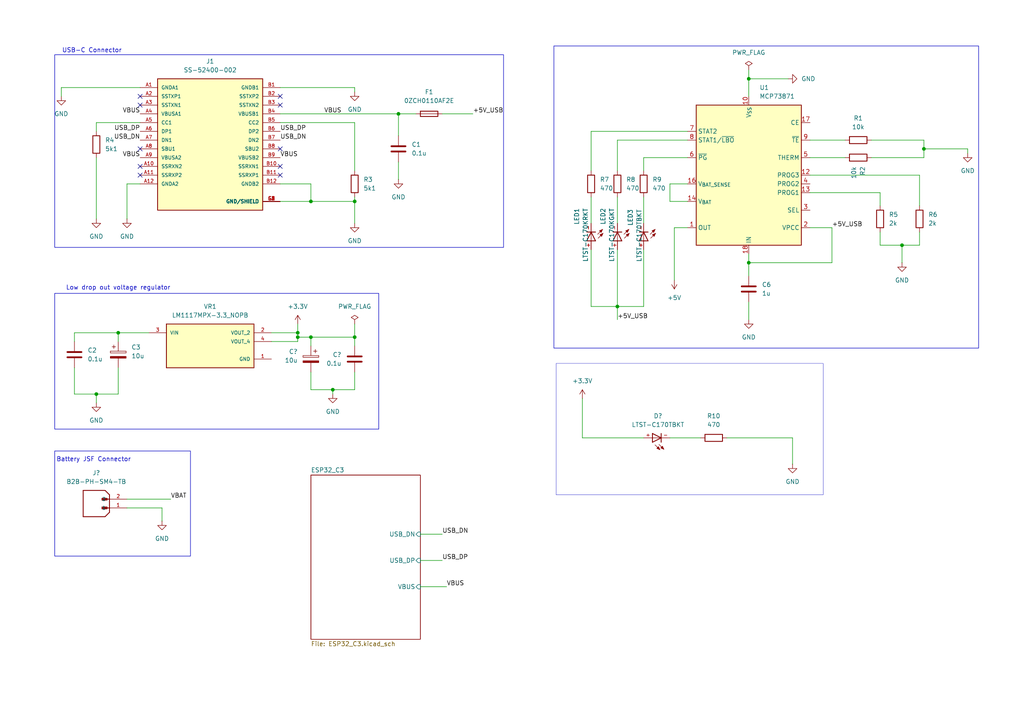
<source format=kicad_sch>
(kicad_sch (version 20250114) (generator "eeschema") (generator_version "9.0")
  (paper "A4")
  (lib_symbols
    (symbol "B2B-PH-SM4-TB:B2B-PH-SM4-TB" (pin_names (offset 1.016))
      (property "Reference" "J" (at 0 6.35 0))
      (property "Value" "B2B-PH-SM4-TB" (at 0 -5.08 0))
      (symbol "B2B-PH-SM4-TB_0_0"
        (polyline (pts (xy 0 3.81) (xy 0 2.54)) (stroke (width 0.254)))
        (polyline (pts (xy 0 3.81) (xy 1.27 5.08)) (stroke (width 0.254)))
        (polyline (pts (xy 0 2.54) (xy 0 -1.27)) (stroke (width 0.254)))
        (polyline (pts (xy 0 2.54) (xy 1.905 2.54)) (stroke (width 0.254)))
        (polyline (pts (xy 0 0) (xy 1.905 0)) (stroke (width 0.254)))
        (polyline (pts (xy 0 -1.27) (xy 1.27 -2.54)) (stroke (width 0.254)))
        (rectangle (start 0.635 2.2225) (end 2.2225 2.8575) (stroke (width 0.1)) (fill (type outline)))
        (rectangle (start 0.635 -0.3175) (end 2.2225 0.3175) (stroke (width 0.1)) (fill (type outline)))
        (polyline (pts (xy 1.27 -2.54) (xy 7.62 -2.54)) (stroke (width 0.254)))
        (polyline (pts (xy 7.62 5.08) (xy 1.27 5.08)) (stroke (width 0.254)))
        (polyline (pts (xy 7.62 -2.54) (xy 7.62 5.08)) (stroke (width 0.254)))
        (pin passive line (at -5.08 2.54 0) (length 5.08) (name "1") (number "1"))
        (pin passive line (at -5.08 0 0) (length 5.08) (name "2") (number "2"))
      )
    )
    (symbol "Battery_Management:MCP73871"
      (property "Reference" "U" (at -7.62 24.13 0))
      (property "Value" "MCP73871" (at -15.24 21.59 0))
      (symbol "MCP73871_0_1"
        (rectangle (start -15.24 20.32) (end 15.24 -20.32) (stroke (width 0.254)) (fill (type background)))
      )
      (symbol "MCP73871_1_1"
        (pin input line (at -17.78 15.24 0) (length 2.54) (name "VPCC") (number "2"))
        (pin input line (at -17.78 10.16 0) (length 2.54) (name "SEL") (number "3"))
        (pin bidirectional line (at -17.78 5.08 0) (length 2.54) (name "PROG1") (number "13"))
        (pin input line (at -17.78 2.54 0) (length 2.54) (name "PROG2") (number "4"))
        (pin bidirectional line (at -17.78 0 0) (length 2.54) (name "PROG3") (number "12"))
        (pin bidirectional line (at -17.78 -5.08 0) (length 2.54) (name "THERM") (number "5"))
        (pin input line (at -17.78 -10.16 0) (length 2.54) (name "~{TE}") (number "9"))
        (pin input line (at -17.78 -15.24 0) (length 2.54) (name "CE") (number "17"))
        (pin power_in line (at 0 22.86 270) (length 2.54) (name "IN") (number "18"))
        (pin passive line (at 0 22.86 270) (length 2.54) (hide yes) (name "IN") (number "19"))
        (pin power_in line (at 0 -22.86 90) (length 2.54) (name "V_{SS}") (number "10"))
        (pin passive line (at 0 -22.86 90) (length 2.54) (hide yes) (name "V_{SS}") (number "11"))
        (pin passive line (at 0 -22.86 90) (length 2.54) (hide yes) (name "V_{SS}") (number "21"))
        (pin power_out line (at 17.78 15.24 180) (length 2.54) (name "OUT") (number "1"))
        (pin passive line (at 17.78 15.24 180) (length 2.54) (hide yes) (name "OUT") (number "20"))
        (pin power_out line (at 17.78 7.62 180) (length 2.54) (name "V_{BAT}") (number "14"))
        (pin passive line (at 17.78 7.62 180) (length 2.54) (hide yes) (name "V_{BAT}") (number "15"))
        (pin input line (at 17.78 2.54 180) (length 2.54) (name "V_{BAT_SENSE}") (number "16"))
        (pin open_collector line (at 17.78 -5.08 180) (length 2.54) (name "~{PG}") (number "6"))
        (pin open_collector line (at 17.78 -10.16 180) (length 2.54) (name "STAT1/~{LBO}") (number "8"))
        (pin open_collector line (at 17.78 -12.7 180) (length 2.54) (name "STAT2") (number "7"))
      )
    )
    (symbol "Device:C" (pin_numbers (hide yes)) (pin_names (offset 0.254))
      (property "Reference" "C" (at 0.635 2.54 0))
      (property "Value" "C" (at 0.635 -2.54 0))
      (symbol "C_0_1"
        (polyline (pts (xy -2.032 0.762) (xy 2.032 0.762)) (stroke (width 0.508)))
        (polyline (pts (xy -2.032 -0.762) (xy 2.032 -0.762)) (stroke (width 0.508)))
      )
      (symbol "C_1_1"
        (pin passive line (at 0 3.81 270) (length 2.794) (name "~") (number "1"))
        (pin passive line (at 0 -3.81 90) (length 2.794) (name "~") (number "2"))
      )
    )
    (symbol "Device:C_Polarized" (pin_numbers (hide yes)) (pin_names (offset 0.254))
      (property "Reference" "C" (at 0.635 2.54 0))
      (property "Value" "C_Polarized" (at 0.635 -2.54 0))
      (symbol "C_Polarized_0_1"
        (rectangle (start -2.286 0.508) (end 2.286 1.016))
        (polyline (pts (xy -1.778 2.286) (xy -0.762 2.286)))
        (polyline (pts (xy -1.27 2.794) (xy -1.27 1.778)))
        (rectangle (start 2.286 -0.508) (end -2.286 -1.016) (fill (type outline)))
      )
      (symbol "C_Polarized_1_1"
        (pin passive line (at 0 3.81 270) (length 2.794) (name "~") (number "1"))
        (pin passive line (at 0 -3.81 90) (length 2.794) (name "~") (number "2"))
      )
    )
    (symbol "Device:Fuse" (pin_numbers (hide yes)) (pin_names (offset 0))
      (property "Reference" "F" (at 2.032 0 90))
      (property "Value" "Fuse" (at -1.905 0 90))
      (symbol "Fuse_0_1"
        (rectangle (start -0.762 -2.54) (end 0.762 2.54) (stroke (width 0.254)))
        (polyline (pts (xy 0 2.54) (xy 0 -2.54)))
      )
      (symbol "Fuse_1_1"
        (pin passive line (at 0 3.81 270) (length 1.27) (name "~") (number "1"))
        (pin passive line (at 0 -3.81 90) (length 1.27) (name "~") (number "2"))
      )
    )
    (symbol "Device:R" (pin_numbers (hide yes)) (pin_names (offset 0))
      (property "Reference" "R" (at 2.032 0 90))
      (property "Value" "R" (at 0 0 90))
      (symbol "R_0_1"
        (rectangle (start -1.016 -2.54) (end 1.016 2.54) (stroke (width 0.254)))
      )
      (symbol "R_1_1"
        (pin passive line (at 0 3.81 270) (length 1.27) (name "~") (number "1"))
        (pin passive line (at 0 -3.81 90) (length 1.27) (name "~") (number "2"))
      )
    )
    (symbol "LM1117MPX-3.3_NOPB:LM1117MPX-3.3_NOPB" (pin_names (offset 1.016))
      (property "Reference" "VR" (at -12.7 6.08 0))
      (property "Value" "LM1117MPX-3.3_NOPB" (at -12.7 -9.08 0))
      (symbol "LM1117MPX-3.3_NOPB_0_0"
        (rectangle (start -12.7 -7.62) (end 12.7 5.08) (stroke (width 0.254)) (fill (type background)))
        (pin input line (at -17.78 2.54 0) (length 5.08) (name "VIN") (number "3"))
        (pin output line (at 17.78 2.54 180) (length 5.08) (name "VOUT_2") (number "2"))
        (pin output line (at 17.78 0 180) (length 5.08) (name "VOUT_4") (number "4"))
        (pin power_in line (at 17.78 -5.08 180) (length 5.08) (name "GND") (number "1"))
      )
    )
    (symbol "LTST-C170KGKT:LTST-C170KGKT" (pin_names (offset 1.016))
      (property "Reference" "D" (at -2.0353 4.0705 0))
      (property "Value" "LTST-C170KGKT" (at -2.0323 -5.7159 0))
      (symbol "LTST-C170KGKT_0_0"
        (polyline (pts (xy -0.762 3.302) (xy 0.127 2.921) (xy -0.381 2.413) (xy -0.762 3.302)) (stroke (width 0.1524)) (fill (type outline)))
        (polyline (pts (xy 0 0) (xy 0 1.27)) (stroke (width 0.254)))
        (polyline (pts (xy 0 0) (xy 2.54 1.27)) (stroke (width 0.254)))
        (polyline (pts (xy 0 -1.27) (xy 0 0)) (stroke (width 0.254)))
        (polyline (pts (xy 0.381 3.429) (xy 1.27 3.048) (xy 0.762 2.54) (xy 0.381 3.429)) (stroke (width 0.1524)) (fill (type outline)))
        (polyline (pts (xy 0.635 1.905) (xy -0.762 3.302)) (stroke (width 0.1524)))
        (polyline (pts (xy 1.778 2.032) (xy 0.381 3.429)) (stroke (width 0.1524)))
        (polyline (pts (xy 2.54 0) (xy 0 0)) (stroke (width 0.1524)))
        (polyline (pts (xy 2.54 0) (xy 2.54 1.27)) (stroke (width 0.254)))
        (polyline (pts (xy 2.54 -1.27) (xy 0 0)) (stroke (width 0.254)))
        (polyline (pts (xy 2.54 -1.27) (xy 2.54 0)) (stroke (width 0.254)))
        (pin passive line (at -2.54 0 0) (length 2.54) (name "~") (number "-"))
        (pin passive line (at 5.08 0 180) (length 2.54) (name "~") (number "+"))
      )
    )
    (symbol "LTST-C170KRKT:LTST-C170KRKT" (pin_names (offset 1.016))
      (property "Reference" "D" (at -2.0343 4.0686 0))
      (property "Value" "LTST-C170KRKT" (at -2.0325 -5.7164 0))
      (symbol "LTST-C170KRKT_0_0"
        (polyline (pts (xy -0.762 3.302) (xy 0.127 2.921) (xy -0.381 2.413) (xy -0.762 3.302)) (stroke (width 0.1524)) (fill (type outline)))
        (polyline (pts (xy 0 0) (xy 0 1.27)) (stroke (width 0.254)))
        (polyline (pts (xy 0 0) (xy 2.54 1.27)) (stroke (width 0.254)))
        (polyline (pts (xy 0 -1.27) (xy 0 0)) (stroke (width 0.254)))
        (polyline (pts (xy 0.381 3.429) (xy 1.27 3.048) (xy 0.762 2.54) (xy 0.381 3.429)) (stroke (width 0.1524)) (fill (type outline)))
        (polyline (pts (xy 0.635 1.905) (xy -0.762 3.302)) (stroke (width 0.1524)))
        (polyline (pts (xy 1.778 2.032) (xy 0.381 3.429)) (stroke (width 0.1524)))
        (polyline (pts (xy 2.54 0) (xy 0 0)) (stroke (width 0.1524)))
        (polyline (pts (xy 2.54 0) (xy 2.54 1.27)) (stroke (width 0.254)))
        (polyline (pts (xy 2.54 -1.27) (xy 0 0)) (stroke (width 0.254)))
        (polyline (pts (xy 2.54 -1.27) (xy 2.54 0)) (stroke (width 0.254)))
        (pin passive line (at -2.54 0 0) (length 2.54) (name "~") (number "-"))
        (pin passive line (at 5.08 0 180) (length 2.54) (name "~") (number "+"))
      )
    )
    (symbol "LTST-C170TBKT:LTST-C170TBKT" (pin_names (offset 1.016))
      (property "Reference" "D" (at -2.0354 4.0708 0))
      (property "Value" "LTST-C170TBKT" (at -2.0343 -5.7214 0))
      (symbol "LTST-C170TBKT_0_0"
        (polyline (pts (xy -0.762 3.302) (xy 0.127 2.921) (xy -0.381 2.413) (xy -0.762 3.302)) (stroke (width 0.1524)) (fill (type outline)))
        (polyline (pts (xy 0 0) (xy 0 1.27)) (stroke (width 0.254)))
        (polyline (pts (xy 0 0) (xy 2.54 1.27)) (stroke (width 0.254)))
        (polyline (pts (xy 0 -1.27) (xy 0 0)) (stroke (width 0.254)))
        (polyline (pts (xy 0.381 3.429) (xy 1.27 3.048) (xy 0.762 2.54) (xy 0.381 3.429)) (stroke (width 0.1524)) (fill (type outline)))
        (polyline (pts (xy 0.635 1.905) (xy -0.762 3.302)) (stroke (width 0.1524)))
        (polyline (pts (xy 1.778 2.032) (xy 0.381 3.429)) (stroke (width 0.1524)))
        (polyline (pts (xy 2.54 0) (xy 0 0)) (stroke (width 0.1524)))
        (polyline (pts (xy 2.54 0) (xy 2.54 1.27)) (stroke (width 0.254)))
        (polyline (pts (xy 2.54 -1.27) (xy 0 0)) (stroke (width 0.254)))
        (polyline (pts (xy 2.54 -1.27) (xy 2.54 0)) (stroke (width 0.254)))
        (pin passive line (at -2.54 0 0) (length 2.54) (name "~") (number "-"))
        (pin passive line (at 5.08 0 180) (length 2.54) (name "~") (number "+"))
      )
    )
    (symbol "SS-52400-002:SS-52400-002" (pin_names (offset 1.016))
      (property "Reference" "J" (at -15.24 19.05 0))
      (property "Value" "SS-52400-002" (at -15.24 -22.86 0))
      (symbol "SS-52400-002_0_0"
        (rectangle (start -15.24 -20.32) (end 15.24 17.78) (stroke (width 0.254)) (fill (type background)))
        (pin power_in line (at -20.32 15.24 0) (length 5.08) (name "GNDA1") (number "A1"))
        (pin bidirectional line (at -20.32 12.7 0) (length 5.08) (name "SSTXP1") (number "A2"))
        (pin bidirectional line (at -20.32 10.16 0) (length 5.08) (name "SSTXN1") (number "A3"))
        (pin power_in line (at -20.32 7.62 0) (length 5.08) (name "VBUSA1") (number "A4"))
        (pin bidirectional line (at -20.32 5.08 0) (length 5.08) (name "CC1") (number "A5"))
        (pin bidirectional line (at -20.32 2.54 0) (length 5.08) (name "DP1") (number "A6"))
        (pin bidirectional line (at -20.32 0 0) (length 5.08) (name "DN1") (number "A7"))
        (pin bidirectional line (at -20.32 -2.54 0) (length 5.08) (name "SBU1") (number "A8"))
        (pin power_in line (at -20.32 -5.08 0) (length 5.08) (name "VBUSA2") (number "A9"))
        (pin bidirectional line (at -20.32 -7.62 0) (length 5.08) (name "SSRXN2") (number "A10"))
        (pin bidirectional line (at -20.32 -10.16 0) (length 5.08) (name "SSRXP2") (number "A11"))
        (pin power_in line (at -20.32 -12.7 0) (length 5.08) (name "GNDA2") (number "A12"))
        (pin power_in line (at 20.32 15.24 180) (length 5.08) (name "GNDB1") (number "B1"))
        (pin bidirectional line (at 20.32 12.7 180) (length 5.08) (name "SSTXP2") (number "B2"))
        (pin bidirectional line (at 20.32 10.16 180) (length 5.08) (name "SSTXN2") (number "B3"))
        (pin power_in line (at 20.32 7.62 180) (length 5.08) (name "VBUSB1") (number "B4"))
        (pin bidirectional line (at 20.32 5.08 180) (length 5.08) (name "CC2") (number "B5"))
        (pin bidirectional line (at 20.32 2.54 180) (length 5.08) (name "DP2") (number "B6"))
        (pin bidirectional line (at 20.32 0 180) (length 5.08) (name "DN2") (number "B7"))
        (pin bidirectional line (at 20.32 -2.54 180) (length 5.08) (name "SBU2") (number "B8"))
        (pin power_in line (at 20.32 -5.08 180) (length 5.08) (name "VBUSB2") (number "B9"))
        (pin bidirectional line (at 20.32 -7.62 180) (length 5.08) (name "SSRXN1") (number "B10"))
        (pin bidirectional line (at 20.32 -10.16 180) (length 5.08) (name "SSRXP1") (number "B11"))
        (pin power_in line (at 20.32 -12.7 180) (length 5.08) (name "GNDB2") (number "B12"))
        (pin power_in line (at 20.32 -17.78 180) (length 5.08) (name "GND/SHIELD") (number "G1"))
        (pin power_in line (at 20.32 -17.78 180) (length 5.08) (name "GND/SHIELD") (number "G2"))
        (pin power_in line (at 20.32 -17.78 180) (length 5.08) (name "GND/SHIELD") (number "G3"))
        (pin power_in line (at 20.32 -17.78 180) (length 5.08) (name "GND/SHIELD") (number "G4"))
        (pin power_in line (at 20.32 -17.78 180) (length 5.08) (name "GND/SHIELD") (number "S1"))
        (pin power_in line (at 20.32 -17.78 180) (length 5.08) (name "GND/SHIELD") (number "S2"))
        (pin power_in line (at 20.32 -17.78 180) (length 5.08) (name "GND/SHIELD") (number "S3"))
        (pin power_in line (at 20.32 -17.78 180) (length 5.08) (name "GND/SHIELD") (number "S4"))
      )
    )
    (symbol "power:+3.3V" (power) (pin_numbers (hide yes)) (pin_names (offset 0) (hide yes))
      (property "Value" "+3.3V" (at 0 3.556 0))
      (symbol "+3.3V_0_1"
        (polyline (pts (xy -0.762 1.27) (xy 0 2.54)))
        (polyline (pts (xy 0 2.54) (xy 0.762 1.27)))
        (polyline (pts (xy 0 0) (xy 0 2.54)))
      )
      (symbol "+3.3V_1_1"
        (pin power_in line (at 0 0 90) (length 0) (name "~") (number "1"))
      )
    )
    (symbol "power:+5V" (power) (pin_numbers (hide yes)) (pin_names (offset 0) (hide yes))
      (property "Value" "+5V" (at 0 3.556 0))
      (symbol "+5V_0_1"
        (polyline (pts (xy -0.762 1.27) (xy 0 2.54)))
        (polyline (pts (xy 0 2.54) (xy 0.762 1.27)))
        (polyline (pts (xy 0 0) (xy 0 2.54)))
      )
      (symbol "+5V_1_1"
        (pin power_in line (at 0 0 90) (length 0) (name "~") (number "1"))
      )
    )
    (symbol "power:GND" (power) (pin_numbers (hide yes)) (pin_names (offset 0) (hide yes))
      (property "Value" "GND" (at 0 -3.81 0))
      (symbol "GND_0_1"
        (polyline (pts (xy 0 0) (xy 0 -1.27) (xy 1.27 -1.27) (xy 0 -2.54) (xy -1.27 -1.27) (xy 0 -1.27)))
      )
      (symbol "GND_1_1"
        (pin power_in line (at 0 0 270) (length 0) (name "~") (number "1"))
      )
    )
    (symbol "power:PWR_FLAG" (power) (pin_numbers (hide yes)) (pin_names (offset 0) (hide yes))
      (property "Value" "PWR_FLAG" (at 0 3.81 0))
      (symbol "PWR_FLAG_0_0"
        (pin power_out line (at 0 0 90) (length 0) (name "~") (number "1"))
      )
      (symbol "PWR_FLAG_0_1"
        (polyline (pts (xy 0 0) (xy 0 1.27) (xy -1.016 1.905) (xy 0 2.54) (xy 1.016 1.905) (xy 0 1.27)))
      )
    )
  )
  (rectangle (start 15.875 85.09) (end 109.855 124.46))
  (rectangle (start 15.875 15.875) (end 146.05 71.755))
  (rectangle (start 161.29 105.41) (end 238.76 143.51) (stroke (width 0.0508)))
  (rectangle (start 160.655 13.335) (end 283.845 100.965))
  (rectangle (start 15.875 130.81) (end 55.245 161.29))
  (text "USB-C Connector" (at 26.67 14.732 0) (effects (font (size 1.27 1.27))))
  (text "Battery JSF Connector" (at 27.178 133.35 0) (effects (font (size 1.27 1.27))))
  (text "Low drop out voltage regulator\n" (at 34.29 83.566 0) (effects (font (size 1.27 1.27))))
  (junction (at 34.29 96.52))
  (junction (at 27.94 114.3))
  (junction (at 267.97 43.18))
  (junction (at 90.17 58.42))
  (junction (at 102.87 97.79))
  (junction (at 261.62 71.12))
  (junction (at 102.87 58.42))
  (junction (at 217.17 76.2))
  (junction (at 115.57 33.02))
  (junction (at 179.07 88.9))
  (junction (at 86.36 96.52))
  (junction (at 96.52 113.03))
  (junction (at 217.17 22.86))
  (junction (at 90.17 97.79))
  (junction (at 86.36 97.79))
  (no_connect (at 81.28 43.18))
  (no_connect (at 40.64 43.18))
  (no_connect (at 40.64 30.48))
  (no_connect (at 40.64 48.26))
  (no_connect (at 81.28 30.48))
  (no_connect (at 40.64 27.94))
  (no_connect (at 81.28 50.8))
  (no_connect (at 40.64 50.8))
  (no_connect (at 81.28 27.94))
  (no_connect (at 81.28 48.26))
  (wire (pts (xy 234.95 55.88) (xy 255.27 55.88)))
  (wire (pts (xy 96.52 113.03) (xy 90.17 113.03)))
  (wire (pts (xy 102.87 35.56) (xy 102.87 49.53)))
  (wire (pts (xy 229.87 127) (xy 229.87 134.62)))
  (wire (pts (xy 90.17 58.42) (xy 102.87 58.42)))
  (wire (pts (xy 36.83 144.78) (xy 49.53 144.78)))
  (wire (pts (xy 194.31 53.34) (xy 194.31 58.42)))
  (wire (pts (xy 194.31 58.42) (xy 199.39 58.42)))
  (wire (pts (xy 90.17 97.79) (xy 90.17 100.33)))
  (wire (pts (xy 21.59 96.52) (xy 21.59 99.06)))
  (wire (pts (xy 255.27 55.88) (xy 255.27 59.69)))
  (wire (pts (xy 81.28 58.42) (xy 90.17 58.42)))
  (wire (pts (xy 186.69 57.15) (xy 186.69 64.77)))
  (wire (pts (xy 195.58 66.04) (xy 195.58 81.28)))
  (wire (pts (xy 217.17 22.86) (xy 217.17 27.94)))
  (wire (pts (xy 255.27 71.12) (xy 261.62 71.12)))
  (wire (pts (xy 228.6 22.86) (xy 217.17 22.86)))
  (wire (pts (xy 171.45 88.9) (xy 179.07 88.9)))
  (wire (pts (xy 90.17 53.34) (xy 90.17 58.42)))
  (wire (pts (xy 21.59 106.68) (xy 21.59 114.3)))
  (wire (pts (xy 186.69 45.72) (xy 199.39 45.72)))
  (wire (pts (xy 199.39 38.1) (xy 171.45 38.1)))
  (wire (pts (xy 36.83 147.32) (xy 46.99 147.32)))
  (wire (pts (xy 86.36 99.06) (xy 86.36 97.79)))
  (wire (pts (xy 128.27 33.02) (xy 137.16 33.02)))
  (wire (pts (xy 90.17 107.95) (xy 90.17 113.03)))
  (wire (pts (xy 234.95 50.8) (xy 266.7 50.8)))
  (wire (pts (xy 179.07 88.9) (xy 179.07 92.71)))
  (wire (pts (xy 168.91 127) (xy 186.69 127)))
  (wire (pts (xy 40.64 25.4) (xy 17.78 25.4)))
  (wire (pts (xy 194.31 127) (xy 203.2 127)))
  (wire (pts (xy 36.83 53.34) (xy 40.64 53.34)))
  (wire (pts (xy 171.45 38.1) (xy 171.45 49.53)))
  (wire (pts (xy 86.36 96.52) (xy 86.36 93.98)))
  (wire (pts (xy 234.95 66.04) (xy 241.3 66.04)))
  (wire (pts (xy 96.52 113.03) (xy 102.87 113.03)))
  (wire (pts (xy 217.17 73.66) (xy 217.17 76.2)))
  (wire (pts (xy 121.92 154.94) (xy 128.27 154.94)))
  (wire (pts (xy 179.07 88.9) (xy 186.69 88.9)))
  (wire (pts (xy 266.7 50.8) (xy 266.7 59.69)))
  (wire (pts (xy 17.78 25.4) (xy 17.78 27.94)))
  (wire (pts (xy 266.7 71.12) (xy 266.7 67.31)))
  (wire (pts (xy 81.28 25.4) (xy 102.87 25.4)))
  (wire (pts (xy 27.94 114.3) (xy 27.94 116.84)))
  (wire (pts (xy 43.18 96.52) (xy 34.29 96.52)))
  (wire (pts (xy 34.29 96.52) (xy 21.59 96.52)))
  (wire (pts (xy 102.87 113.03) (xy 102.87 107.95)))
  (wire (pts (xy 234.95 40.64) (xy 245.11 40.64)))
  (wire (pts (xy 121.92 170.18) (xy 129.54 170.18)))
  (wire (pts (xy 267.97 45.72) (xy 267.97 43.18)))
  (wire (pts (xy 267.97 40.64) (xy 252.73 40.64)))
  (wire (pts (xy 179.07 57.15) (xy 179.07 64.77)))
  (wire (pts (xy 179.07 72.39) (xy 179.07 88.9)))
  (wire (pts (xy 86.36 97.79) (xy 90.17 97.79)))
  (wire (pts (xy 102.87 97.79) (xy 102.87 100.33)))
  (wire (pts (xy 210.82 127) (xy 229.87 127)))
  (wire (pts (xy 217.17 20.32) (xy 217.17 22.86)))
  (wire (pts (xy 199.39 40.64) (xy 179.07 40.64)))
  (wire (pts (xy 217.17 87.63) (xy 217.17 92.71)))
  (wire (pts (xy 179.07 40.64) (xy 179.07 49.53)))
  (wire (pts (xy 102.87 93.98) (xy 102.87 97.79)))
  (wire (pts (xy 81.28 35.56) (xy 102.87 35.56)))
  (wire (pts (xy 27.94 45.72) (xy 27.94 63.5)))
  (wire (pts (xy 186.69 49.53) (xy 186.69 45.72)))
  (wire (pts (xy 34.29 114.3) (xy 34.29 106.68)))
  (wire (pts (xy 102.87 58.42) (xy 102.87 64.77)))
  (wire (pts (xy 280.67 44.45) (xy 280.67 43.18)))
  (wire (pts (xy 168.91 115.57) (xy 168.91 127)))
  (wire (pts (xy 267.97 43.18) (xy 267.97 40.64)))
  (wire (pts (xy 241.3 76.2) (xy 217.17 76.2)))
  (wire (pts (xy 78.74 96.52) (xy 86.36 96.52)))
  (wire (pts (xy 115.57 33.02) (xy 120.65 33.02)))
  (wire (pts (xy 27.94 114.3) (xy 34.29 114.3)))
  (wire (pts (xy 40.64 35.56) (xy 27.94 35.56)))
  (wire (pts (xy 255.27 67.31) (xy 255.27 71.12)))
  (wire (pts (xy 199.39 53.34) (xy 194.31 53.34)))
  (wire (pts (xy 102.87 25.4) (xy 102.87 26.67)))
  (wire (pts (xy 86.36 97.79) (xy 86.36 96.52)))
  (wire (pts (xy 261.62 71.12) (xy 266.7 71.12)))
  (wire (pts (xy 115.57 33.02) (xy 115.57 39.37)))
  (wire (pts (xy 115.57 46.99) (xy 115.57 52.07)))
  (wire (pts (xy 21.59 114.3) (xy 27.94 114.3)))
  (wire (pts (xy 78.74 99.06) (xy 86.36 99.06)))
  (wire (pts (xy 36.83 63.5) (xy 36.83 53.34)))
  (wire (pts (xy 199.39 66.04) (xy 195.58 66.04)))
  (wire (pts (xy 90.17 97.79) (xy 102.87 97.79)))
  (wire (pts (xy 280.67 43.18) (xy 267.97 43.18)))
  (wire (pts (xy 217.17 76.2) (xy 217.17 80.01)))
  (wire (pts (xy 81.28 53.34) (xy 90.17 53.34)))
  (wire (pts (xy 96.52 113.03) (xy 96.52 114.3)))
  (wire (pts (xy 171.45 57.15) (xy 171.45 64.77)))
  (wire (pts (xy 171.45 72.39) (xy 171.45 88.9)))
  (wire (pts (xy 102.87 57.15) (xy 102.87 58.42)))
  (wire (pts (xy 186.69 88.9) (xy 186.69 72.39)))
  (wire (pts (xy 234.95 45.72) (xy 245.11 45.72)))
  (wire (pts (xy 46.99 147.32) (xy 46.99 151.13)))
  (wire (pts (xy 81.28 33.02) (xy 115.57 33.02)))
  (wire (pts (xy 34.29 96.52) (xy 34.29 99.06)))
  (wire (pts (xy 252.73 45.72) (xy 267.97 45.72)))
  (wire (pts (xy 241.3 66.04) (xy 241.3 76.2)))
  (wire (pts (xy 261.62 71.12) (xy 261.62 76.2)))
  (wire (pts (xy 27.94 35.56) (xy 27.94 38.1)))
  (wire (pts (xy 121.92 162.56) (xy 128.27 162.56)))
  (label "+5V_USB" (at 179.07 92.71 0))
  (label "VBUS" (at 129.54 170.18 0))
  (label "+5V_USB" (at 241.3 66.04 0))
  (label "VBUS" (at 81.28 45.72 0))
  (label "VBUS" (at 40.64 33.02 180))
  (label "VBAT" (at 49.53 144.78 0))
  (label "USB_DP" (at 128.27 162.56 0))
  (label "USB_DN" (at 128.27 154.94 0))
  (label "USB_DN" (at 81.28 40.64 0))
  (label "+5V_USB" (at 137.16 33.02 0))
  (label "USB_DP" (at 40.64 38.1 180))
  (label "VBUS" (at 93.98 33.02 0))
  (label "VBUS" (at 40.64 45.72 180))
  (label "USB_DN" (at 40.64 40.64 180))
  (label "USB_DP" (at 81.28 38.1 0))
  (symbol (lib_id "Device:R") (at 186.69 53.34 180) (unit 1)
    (property "Reference" "R9" (at 189.23 52.0699 0) (effects (justify right)))
    (property "Value" "470" (at 189.23 54.6099 0) (effects (justify right)))
    (property "Description" "Resistor" (effects (hide yes)))
  )
  (symbol (lib_id "power:GND") (at 261.62 76.2 0) (unit 1)
    (property "Reference" "#PWR02" (effects (hide yes)))
    (property "Value" "GND" (at 261.62 81.28 0))
    (property "Description" "Power symbol creates a global label with name \"GND\" , ground" (effects (hide yes)))
  )
  (symbol (lib_id "Device:R") (at 27.94 41.91 0) (unit 1)
    (property "Reference" "R4" (at 30.48 40.6399 0) (effects (justify left)))
    (property "Value" "5k1" (at 30.48 43.1799 0) (effects (justify left)))
    (property "Description" "Resistor" (effects (hide yes)))
  )
  (symbol (lib_id "power:+5V") (at 195.58 81.28 180) (unit 1)
    (property "Reference" "#PWR09" (effects (hide yes)))
    (property "Value" "+5V" (at 195.58 86.36 0))
    (property "Description" "Power symbol creates a global label with name \"+5V\"" (effects (hide yes)))
  )
  (symbol (lib_id "Device:C") (at 21.59 102.87 0) (unit 1)
    (property "Reference" "C2" (at 25.4 101.5999 0) (effects (justify left)))
    (property "Value" "0.1u" (at 25.4 104.1399 0) (effects (justify left)))
    (property "Description" "Unpolarized capacitor" (effects (hide yes)))
  )
  (symbol (lib_id "LTST-C170TBKT:LTST-C170TBKT") (at 186.69 67.31 270) (unit 1)
    (property "Reference" "LED3" (at 182.8418 60.6425 0) (effects (justify left)))
    (property "Value" "LTST-C170TBKT" (at 185.3818 60.6425 0) (effects (justify left)))
    (property "Footprint" "LTST-C170TBKT:DIOC200X125X110" (effects (hide yes)))
    (property "MF" "Lite-On Electronics" (effects (hide yes)))
    (property "Description_1" "Blue 470nm LED Indication - Discrete 3.3V 0805 (2012 Metric)" (effects (hide yes)))
    (property "Package" "0805 Lite-On" (effects (hide yes)))
    (property "Price" "None" (effects (hide yes)))
    (property "Check_prices" "https://www.snapeda.com/parts/LTST-C170TBKT/Lite-On/view-part/?ref=eda" (effects (hide yes)))
    (property "SnapEDA_Link" "https://www.snapeda.com/parts/LTST-C170TBKT/Lite-On/view-part/?ref=snap" (effects (hide yes)))
    (property "MP" "LTST-C170TBKT" (effects (hide yes)))
    (property "Availability" "In Stock" (effects (hide yes)))
    (property "MANUFACTURER" "LiteOn" (effects (hide yes)))
  )
  (symbol (lib_id "Device:R") (at 255.27 63.5 0) (unit 1)
    (property "Reference" "R5" (at 257.81 62.2299 0) (effects (justify left)))
    (property "Value" "2k" (at 257.81 64.7699 0) (effects (justify left)))
    (property "Description" "Resistor" (effects (hide yes)))
  )
  (symbol (lib_id "Device:C") (at 217.17 83.82 0) (unit 1)
    (property "Reference" "C6" (at 220.98 82.5499 0) (effects (justify left)))
    (property "Value" "1u" (at 220.98 85.0899 0) (effects (justify left)))
    (property "Description" "Unpolarized capacitor" (effects (hide yes)))
  )
  (symbol (lib_id "LTST-C170KGKT:LTST-C170KGKT") (at 179.07 67.31 270) (unit 1)
    (property "Reference" "LED2" (at 174.9043 60.325 0) (effects (justify left)))
    (property "Value" "LTST-C170KGKT" (at 177.4443 60.325 0) (effects (justify left)))
    (property "Footprint" "LTST-C170KGKT:DIOC200X125X110" (effects (hide yes)))
    (property "MF" "Lite-On Inc." (effects (hide yes)))
    (property "Description_1" "Green 571nm LED Indication - Discrete 2V 0805 (2012 Metric)" (effects (hide yes)))
    (property "Package" "0805 Lite-On" (effects (hide yes)))
    (property "Price" "None" (effects (hide yes)))
    (property "Check_prices" "https://www.snapeda.com/parts/LTST-C170KGKT/Lite-On/view-part/?ref=eda" (effects (hide yes)))
    (property "SnapEDA_Link" "https://www.snapeda.com/parts/LTST-C170KGKT/Lite-On/view-part/?ref=snap" (effects (hide yes)))
    (property "MP" "LTST-C170KGKT" (effects (hide yes)))
    (property "Availability" "In Stock" (effects (hide yes)))
    (property "MANUFACTURER" "LiteOn" (effects (hide yes)))
  )
  (symbol (lib_id "Device:C") (at 102.87 104.14 0) (mirror y) (unit 1)
    (property "Reference" "C?" (at 99.06 102.8699 0) (effects (justify left)))
    (property "Value" "0.1u" (at 99.06 105.4099 0) (effects (justify left)))
    (property "Description" "Unpolarized capacitor" (effects (hide yes)))
  )
  (symbol (lib_id "power:GND") (at 280.67 44.45 0) (unit 1)
    (property "Reference" "#PWR01" (effects (hide yes)))
    (property "Value" "GND" (at 280.67 49.53 0))
    (property "Description" "Power symbol creates a global label with name \"GND\" , ground" (effects (hide yes)))
  )
  (symbol (lib_id "power:GND") (at 46.99 151.13 0) (unit 1)
    (property "Reference" "#PWR015" (effects (hide yes)))
    (property "Value" "GND" (at 46.99 156.21 0))
    (property "Description" "Power symbol creates a global label with name \"GND\" , ground" (effects (hide yes)))
  )
  (symbol (lib_id "Device:C_Polarized") (at 34.29 102.87 0) (unit 1)
    (property "Reference" "C3" (at 38.1 100.7109 0) (effects (justify left)))
    (property "Value" "10u" (at 38.1 103.2509 0) (effects (justify left)))
    (property "Description" "Polarized capacitor" (effects (hide yes)))
  )
  (symbol (lib_id "power:GND") (at 228.6 22.86 90) (unit 1)
    (property "Reference" "#PWR010" (effects (hide yes)))
    (property "Value" "GND" (at 232.41 22.8599 90) (effects (justify right)))
    (property "Description" "Power symbol creates a global label with name \"GND\" , ground" (effects (hide yes)))
  )
  (symbol (lib_id "power:GND") (at 229.87 134.62 0) (unit 1)
    (property "Reference" "#PWR016" (effects (hide yes)))
    (property "Value" "GND" (at 229.87 139.7 0))
    (property "Description" "Power symbol creates a global label with name \"GND\" , ground" (effects (hide yes)))
  )
  (symbol (lib_id "LM1117MPX-3.3_NOPB:LM1117MPX-3.3_NOPB") (at 60.96 99.06 0) (unit 1)
    (property "Reference" "VR1" (at 60.96 88.9 0))
    (property "Value" "LM1117MPX-3.3_NOPB" (at 60.96 91.44 0))
    (property "Footprint" "LM1117MPX-3.3_NOPB:VREG_LM1117MPX-3.3_NOPB" (effects (hide yes)))
    (property "DigiKey_Part_Number" "LM1117MPX-3.3/NOPBTR-ND" (effects (hide yes)))
    (property "SnapEDA_Link" "https://www.snapeda.com/parts/LM1117MPX-3.3/NOPB/Texas+Instruments/view-part/?ref=snap" (effects (hide yes)))
    (property "MAXIMUM_PACKAGE_HEIGHT" "1.80 mm" (effects (hide yes)))
    (property "Package" "SOT-223-4 Texas Instruments" (effects (hide yes)))
    (property "Check_prices" "https://www.snapeda.com/parts/LM1117MPX-3.3/NOPB/Texas+Instruments/view-part/?ref=eda" (effects (hide yes)))
    (property "STANDARD" "Manufacturer Recommendation" (effects (hide yes)))
    (property "PARTREV" "O" (effects (hide yes)))
    (property "MF" "Texas Instruments" (effects (hide yes)))
    (property "MP" "LM1117MPX-3.3/NOPB" (effects (hide yes)))
    (property "Description_1" "800-mA 15-V linear voltage regulator" (effects (hide yes)))
    (property "MANUFACTURER" "Texas Instruments" (effects (hide yes)))
  )
  (symbol (lib_id "power:GND") (at 217.17 92.71 0) (unit 1)
    (property "Reference" "#PWR011" (effects (hide yes)))
    (property "Value" "GND" (at 217.17 97.79 0))
    (property "Description" "Power symbol creates a global label with name \"GND\" , ground" (effects (hide yes)))
  )
  (symbol (lib_id "Device:R") (at 207.01 127 90) (unit 1)
    (property "Reference" "R10" (at 207.01 120.65 90))
    (property "Value" "470" (at 207.01 123.19 90))
    (property "Description" "Resistor" (effects (hide yes)))
  )
  (symbol (lib_id "power:PWR_FLAG") (at 102.87 93.98 0) (unit 1)
    (property "Reference" "#FLG02" (effects (hide yes)))
    (property "Value" "PWR_FLAG" (at 102.87 88.9 0))
    (property "Description" "Special symbol for telling ERC where power comes from" (effects (hide yes)))
  )
  (symbol (lib_id "power:GND") (at 115.57 52.07 0) (unit 1)
    (property "Reference" "#PWR08" (effects (hide yes)))
    (property "Value" "GND" (at 115.57 57.15 0))
    (property "Description" "Power symbol creates a global label with name \"GND\" , ground" (effects (hide yes)))
  )
  (symbol (lib_id "Device:R") (at 179.07 53.34 0) (unit 1)
    (property "Reference" "R8" (at 181.61 52.0699 0) (effects (justify left)))
    (property "Value" "470" (at 181.61 54.6099 0) (effects (justify left)))
    (property "Description" "Resistor" (effects (hide yes)))
  )
  (symbol (lib_id "power:GND") (at 27.94 63.5 0) (unit 1)
    (property "Reference" "#PWR03" (effects (hide yes)))
    (property "Value" "GND" (at 27.94 68.58 0))
    (property "Description" "Power symbol creates a global label with name \"GND\" , ground" (effects (hide yes)))
  )
  (symbol (lib_id "Device:R") (at 248.92 40.64 90) (unit 1)
    (property "Reference" "R1" (at 248.92 34.29 90))
    (property "Value" "10k" (at 248.92 36.83 90))
    (property "Description" "Resistor" (effects (hide yes)))
  )
  (symbol (lib_id "power:GND") (at 36.83 63.5 0) (unit 1)
    (property "Reference" "#PWR04" (effects (hide yes)))
    (property "Value" "GND" (at 36.83 68.58 0))
    (property "Description" "Power symbol creates a global label with name \"GND\" , ground" (effects (hide yes)))
  )
  (symbol (lib_id "Device:R") (at 102.87 53.34 0) (unit 1)
    (property "Reference" "R3" (at 105.41 52.0699 0) (effects (justify left)))
    (property "Value" "5k1" (at 105.41 54.6099 0) (effects (justify left)))
    (property "Description" "Resistor" (effects (hide yes)))
  )
  (symbol (lib_id "power:GND") (at 27.94 116.84 0) (unit 1)
    (property "Reference" "#PWR014" (effects (hide yes)))
    (property "Value" "GND" (at 27.94 121.92 0))
    (property "Description" "Power symbol creates a global label with name \"GND\" , ground" (effects (hide yes)))
  )
  (symbol (lib_id "power:GND") (at 102.87 26.67 0) (unit 1)
    (property "Reference" "#PWR07" (effects (hide yes)))
    (property "Value" "GND" (at 102.87 31.75 0))
    (property "Description" "Power symbol creates a global label with name \"GND\" , ground" (effects (hide yes)))
  )
  (symbol (lib_id "LTST-C170KRKT:LTST-C170KRKT") (at 171.45 67.31 270) (unit 1)
    (property "Reference" "LED1" (at 167.2843 60.325 0) (effects (justify left)))
    (property "Value" "LTST-C170KRKT" (at 169.8243 60.325 0) (effects (justify left)))
    (property "Footprint" "LTST-C170KRKT:DIOC200X125X110" (effects (hide yes)))
    (property "DigiKey_Part_Number" "160-1415-2-ND" (effects (hide yes)))
    (property "SnapEDA_Link" "https://www.snapeda.com/parts/LTST-C170KRKT/Lite-On/view-part/?ref=snap" (effects (hide yes)))
    (property "Description_1" "Red 631nm LED Indication - Discrete 2V 0805 (2012 Metric)" (effects (hide yes)))
    (property "Package" "0805 Lite-On" (effects (hide yes)))
    (property "Check_prices" "https://www.snapeda.com/parts/LTST-C170KRKT/Lite-On/view-part/?ref=eda" (effects (hide yes)))
    (property "MF" "Lite-On Inc." (effects (hide yes)))
    (property "MP" "LTST-C170KRKT" (effects (hide yes)))
    (property "MANUFACTURER" "LiteOn" (effects (hide yes)))
  )
  (symbol (lib_id "LTST-C170TBKT:LTST-C170TBKT") (at 191.77 127 180) (unit 1)
    (property "Reference" "D?" (at 190.8556 120.65 0))
    (property "Value" "LTST-C170TBKT" (at 190.8556 123.19 0))
    (property "Footprint" "LTST-C170TBKT:DIOC200X125X110" (effects (hide yes)))
    (property "MF" "Lite-On Electronics" (effects (hide yes)))
    (property "Description_1" "Blue 470nm LED Indication - Discrete 3.3V 0805 (2012 Metric)" (effects (hide yes)))
    (property "Package" "0805 Lite-On" (effects (hide yes)))
    (property "Price" "None" (effects (hide yes)))
    (property "Check_prices" "https://www.snapeda.com/parts/LTST-C170TBKT/Lite-On/view-part/?ref=eda" (effects (hide yes)))
    (property "SnapEDA_Link" "https://www.snapeda.com/parts/LTST-C170TBKT/Lite-On/view-part/?ref=snap" (effects (hide yes)))
    (property "MP" "LTST-C170TBKT" (effects (hide yes)))
    (property "Availability" "In Stock" (effects (hide yes)))
    (property "MANUFACTURER" "LiteOn" (effects (hide yes)))
  )
  (symbol (lib_id "Device:R") (at 266.7 63.5 0) (unit 1)
    (property "Reference" "R6" (at 269.24 62.2299 0) (effects (justify left)))
    (property "Value" "2k" (at 269.24 64.7699 0) (effects (justify left)))
    (property "Description" "Resistor" (effects (hide yes)))
  )
  (symbol (lib_id "Device:Fuse") (at 124.46 33.02 90) (unit 1)
    (property "Reference" "F1" (at 124.46 26.67 90))
    (property "Value" "0ZCH0110AF2E" (at 124.46 29.21 90))
    (property "Description" "Fuse" (effects (hide yes)))
  )
  (symbol (lib_id "power:GND") (at 17.78 27.94 0) (unit 1)
    (property "Reference" "#PWR06" (effects (hide yes)))
    (property "Value" "GND" (at 17.78 33.02 0))
    (property "Description" "Power symbol creates a global label with name \"GND\" , ground" (effects (hide yes)))
  )
  (symbol (lib_id "power:+3.3V") (at 168.91 115.57 0) (unit 1)
    (property "Reference" "#PWR017" (effects (hide yes)))
    (property "Value" "+3.3V" (at 168.91 110.49 0))
    (property "Description" "Power symbol creates a global label with name \"+3.3V\"" (effects (hide yes)))
  )
  (symbol (lib_id "Device:R") (at 248.92 45.72 270) (unit 1)
    (property "Reference" "R2" (at 250.1901 48.26 0) (effects (justify left)))
    (property "Value" "10k" (at 247.6501 48.26 0) (effects (justify left)))
    (property "Description" "Resistor" (effects (hide yes)))
  )
  (symbol (lib_id "Device:C") (at 115.57 43.18 0) (unit 1)
    (property "Reference" "C1" (at 119.38 41.9099 0) (effects (justify left)))
    (property "Value" "0.1u" (at 119.38 44.4499 0) (effects (justify left)))
    (property "Description" "Unpolarized capacitor" (effects (hide yes)))
  )
  (symbol (lib_id "Device:C_Polarized") (at 90.17 104.14 0) (mirror y) (unit 1)
    (property "Reference" "C?" (at 86.36 101.9809 0) (effects (justify left)))
    (property "Value" "10u" (at 86.36 104.5209 0) (effects (justify left)))
    (property "Description" "Polarized capacitor" (effects (hide yes)))
  )
  (symbol (lib_id "power:GND") (at 96.52 114.3 0) (unit 1)
    (property "Reference" "#PWR013" (effects (hide yes)))
    (property "Value" "GND" (at 96.52 119.38 0))
    (property "Description" "Power symbol creates a global label with name \"GND\" , ground" (effects (hide yes)))
  )
  (symbol (lib_id "power:GND") (at 102.87 64.77 0) (unit 1)
    (property "Reference" "#PWR05" (effects (hide yes)))
    (property "Value" "GND" (at 102.87 69.85 0))
    (property "Description" "Power symbol creates a global label with name \"GND\" , ground" (effects (hide yes)))
  )
  (symbol (lib_id "SS-52400-002:SS-52400-002") (at 60.96 40.64 0) (unit 1)
    (property "Reference" "J1" (at 60.96 17.78 0))
    (property "Value" "SS-52400-002" (at 60.96 20.32 0))
    (property "Footprint" "SS-52400-002:BELFUSE_SS-52400-002" (effects (hide yes)))
    (property "DigiKey_Part_Number" "380-SS-52400-002TR-ND" (effects (hide yes)))
    (property "SnapEDA_Link" "https://www.snapeda.com/parts/SS-52400-002/Stewart+Connector/view-part/?ref=snap" (effects (hide yes)))
    (property "MAXIMUM_PACKAGE_HEIGHT" "2.96 mm" (effects (hide yes)))
    (property "Package" "None" (effects (hide yes)))
    (property "Check_prices" "https://www.snapeda.com/parts/SS-52400-002/Stewart+Connector/view-part/?ref=eda" (effects (hide yes)))
    (property "STANDARD" "Manufacturer Recommendations" (effects (hide yes)))
    (property "PARTREV" "A0" (effects (hide yes)))
    (property "MF" "Stewart Connector" (effects (hide yes)))
    (property "MP" "SS-52400-002" (effects (hide yes)))
    (property "Description_1" "USB Type-C Connector | USB 3.1 | 1 Port | Right Angle Receptacle | Shielded | 0.039 in (1.00mm) PCB Thickness" (effects (hide yes)))
    (property "MANUFACTURER" "BelFuse" (effects (hide yes)))
  )
  (symbol (lib_id "power:PWR_FLAG") (at 217.17 20.32 0) (unit 1)
    (property "Reference" "#FLG01" (effects (hide yes)))
    (property "Value" "PWR_FLAG" (at 217.17 15.24 0))
    (property "Description" "Special symbol for telling ERC where power comes from" (effects (hide yes)))
  )
  (symbol (lib_id "Battery_Management:MCP73871") (at 217.17 50.8 180) (unit 1)
    (property "Reference" "U1" (at 220.2881 25.4 0) (effects (justify right)))
    (property "Value" "MCP73871" (at 220.2881 27.94 0) (effects (justify right)))
    (property "Footprint" "Package_DFN_QFN:QFN-20-1EP_4x4mm_P0.5mm_EP2.5x2.5mm" (effects (hide yes)))
    (property "Datasheet" "http://www.mouser.com/ds/2/268/22090a-52174.pdf" (effects (hide yes)))
    (property "Description" "Single cell, Li-Ion/Li-Po charge management controller" (effects (hide yes)))
  )
  (symbol (lib_id "Device:R") (at 171.45 53.34 0) (unit 1)
    (property "Reference" "R7" (at 173.99 52.0699 0) (effects (justify left)))
    (property "Value" "470" (at 173.99 54.6099 0) (effects (justify left)))
    (property "Description" "Resistor" (effects (hide yes)))
  )
  (symbol (lib_id "power:+3.3V") (at 86.36 93.98 0) (unit 1)
    (property "Reference" "#PWR012" (effects (hide yes)))
    (property "Value" "+3.3V" (at 86.36 88.9 0))
    (property "Description" "Power symbol creates a global label with name \"+3.3V\"" (effects (hide yes)))
  )
  (symbol (lib_id "B2B-PH-SM4-TB:B2B-PH-SM4-TB") (at 31.75 144.78 180) (unit 1)
    (property "Reference" "J?" (at 27.94 137.16 0))
    (property "Value" "B2B-PH-SM4-TB" (at 27.94 139.7 0))
    (property "Footprint" "B2B-PH-SM4-TB:JST_B2B-PH-SM4-TB" (effects (hide yes)))
    (property "DigiKey_Part_Number" "455-B2B-PH-SM4-TBTR-ND" (effects (hide yes)))
    (property "SnapEDA_Link" "https://www.snapeda.com/parts/B2B-PH-SM4-TB/JST/view-part/?ref=snap" (effects (hide yes)))
    (property "MAXIMUM_PACKAGE_HEIGHT" "6.6 mm" (effects (hide yes)))
    (property "Package" "NON STANDARD-2 JST" (effects (hide yes)))
    (property "Check_prices" "https://www.snapeda.com/parts/B2B-PH-SM4-TB/JST/view-part/?ref=eda" (effects (hide yes)))
    (property "STANDARD" "Manufacturer Recommendations" (effects (hide yes)))
    (property "PARTREV" "N/A" (effects (hide yes)))
    (property "MF" "JST" (effects (hide yes)))
    (property "MP" "B2B-PH-SM4-TB" (effects (hide yes)))
    (property "Description_1" "Connector Header Surface Mount 2 position 0.079 (2.00mm)" (effects (hide yes)))
    (property "MANUFACTURER" "JST" (effects (hide yes)))
  )
  (sheet (at 90.17 137.795) (size 31.75 47.625) (stroke (width 0.1524))
    (property "Sheetname" "ESP32_C3" (at 90.17 137.0834 0) (effects (justify left bottom)))
    (property "Sheetfile" "ESP32_C3.kicad_sch" (at 90.17 186.0046 0) (effects (justify left top)))
    (pin "USB_DN" input (at 121.92 154.94 0))
    (pin "USB_DP" input (at 121.92 162.56 0))
    (pin "VBUS" input (at 121.92 170.18 0))
  )
)
</source>
